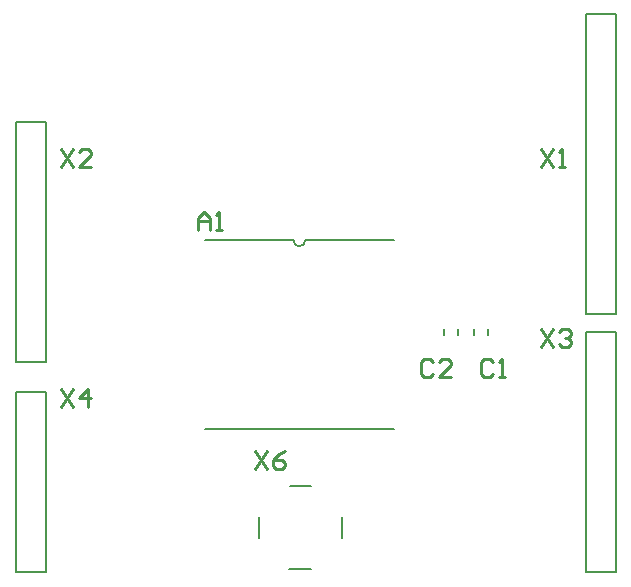
<source format=gto>
G04*
G04 #@! TF.GenerationSoftware,Altium Limited,Altium Designer,18.1.9 (240)*
G04*
G04 Layer_Color=65535*
%FSLAX25Y25*%
%MOIN*%
G70*
G01*
G75*
%ADD10C,0.00787*%
%ADD11C,0.00500*%
%ADD12C,0.01000*%
D10*
X87555Y105630D02*
G03*
X91492Y105630I1969J0D01*
G01*
X152362Y74094D02*
Y76063D01*
X147638Y74094D02*
Y76063D01*
X142362Y74094D02*
Y76063D01*
X137638Y74094D02*
Y76063D01*
X58028Y105630D02*
X87555D01*
X58028Y42638D02*
X121020D01*
X91492Y105630D02*
X121020D01*
X86063Y-3779D02*
X93543D01*
X103779Y6457D02*
Y13543D01*
X76221Y6457D02*
Y13543D01*
X86457Y23779D02*
X93543D01*
D11*
X-5000Y-5000D02*
X5000D01*
X-5000D02*
Y55000D01*
X5000Y-5000D02*
Y55000D01*
X-5000D02*
X5000D01*
X-5000Y65000D02*
X5000D01*
X-5000D02*
Y145000D01*
X5000Y65000D02*
Y145000D01*
X-5000D02*
X5000D01*
X185000Y80984D02*
X195000D01*
X185000D02*
Y180984D01*
X195000Y80984D02*
Y180984D01*
X185000D02*
X195000D01*
X185000Y75000D02*
X195000D01*
Y-5000D02*
Y75000D01*
X185000Y-5000D02*
Y75000D01*
Y-5000D02*
X195000D01*
D12*
X10000Y55998D02*
X13999Y50000D01*
Y55998D02*
X10000Y50000D01*
X18997D02*
Y55998D01*
X15998Y52999D01*
X19997D01*
X10000Y135998D02*
X13999Y130000D01*
Y135998D02*
X10000Y130000D01*
X19997D02*
X15998D01*
X19997Y133999D01*
Y134998D01*
X18997Y135998D01*
X16998D01*
X15998Y134998D01*
X170000Y135998D02*
X173999Y130000D01*
Y135998D02*
X170000Y130000D01*
X175998D02*
X177997D01*
X176998D01*
Y135998D01*
X175998Y134998D01*
X170000Y75998D02*
X173999Y70000D01*
Y75998D02*
X170000Y70000D01*
X175998Y74998D02*
X176998Y75998D01*
X178997D01*
X179997Y74998D01*
Y73999D01*
X178997Y72999D01*
X177997D01*
X178997D01*
X179997Y71999D01*
Y71000D01*
X178997Y70000D01*
X176998D01*
X175998Y71000D01*
X74650Y35348D02*
X78649Y29350D01*
Y35348D02*
X74650Y29350D01*
X84647Y35348D02*
X82647Y34348D01*
X80648Y32349D01*
Y30350D01*
X81648Y29350D01*
X83647D01*
X84647Y30350D01*
Y31349D01*
X83647Y32349D01*
X80648D01*
X133999Y64998D02*
X132999Y65998D01*
X131000D01*
X130000Y64998D01*
Y61000D01*
X131000Y60000D01*
X132999D01*
X133999Y61000D01*
X139997Y60000D02*
X135998D01*
X139997Y63999D01*
Y64998D01*
X138997Y65998D01*
X136998D01*
X135998Y64998D01*
X153999D02*
X152999Y65998D01*
X151000D01*
X150000Y64998D01*
Y61000D01*
X151000Y60000D01*
X152999D01*
X153999Y61000D01*
X155998Y60000D02*
X157997D01*
X156998D01*
Y65998D01*
X155998Y64998D01*
X55710Y109018D02*
Y113017D01*
X57710Y115016D01*
X59709Y113017D01*
Y109018D01*
Y112017D01*
X55710D01*
X61708Y109018D02*
X63708D01*
X62708D01*
Y115016D01*
X61708Y114016D01*
M02*

</source>
